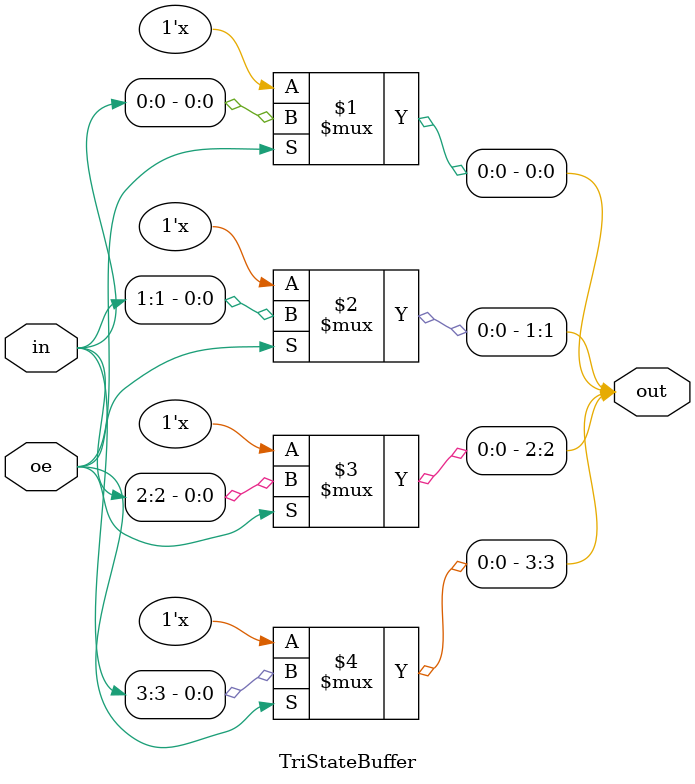
<source format=sv>
module TriStateNOT #(
    parameter WIDTH = 4  // Parameterized bit width
)(
    input wire clk,          // Clock signal (added)
    input wire rst_n,        // Reset signal (added)
    input wire oe,           // Output enable
    input wire [WIDTH-1:0] in,
    output wire [WIDTH-1:0] out
);
    // Internal pipeline signals
    reg [WIDTH-1:0] in_registered;
    wire [WIDTH-1:0] inverted_signal;
    reg [WIDTH-1:0] inverted_registered;
    reg oe_registered;
    
    // Input registration stage
    always @(posedge clk or negedge rst_n) begin
        if (!rst_n) begin
            in_registered <= {WIDTH{1'b0}};
            oe_registered <= 1'b0;
        end else begin
            in_registered <= in;
            oe_registered <= oe;
        end
    end
    
    // Instance of inverter core
    InverterCore #(
        .WIDTH(WIDTH)
    ) inverter_inst (
        .in(in_registered),
        .inverted_out(inverted_signal)
    );
    
    // Middle pipeline stage
    always @(posedge clk or negedge rst_n) begin
        if (!rst_n) begin
            inverted_registered <= {WIDTH{1'b0}};
        end else begin
            inverted_registered <= inverted_signal;
        end
    end
    
    // Instance of tri-state buffer
    TriStateBuffer #(
        .WIDTH(WIDTH)
    ) tri_state_inst (
        .oe(oe_registered),
        .in(inverted_registered),
        .out(out)
    );
    
endmodule

// Inverter logic core with optimized path
module InverterCore #(
    parameter WIDTH = 4
)(
    input wire [WIDTH-1:0] in,
    output wire [WIDTH-1:0] inverted_out
);
    // Pure inverter logic with width-based optimization
    genvar i;
    generate
        for (i = 0; i < WIDTH; i = i + 1) begin : inverter_gen
            assign inverted_out[i] = ~in[i];
        end
    endgenerate
endmodule

// Tri-state buffer module with improved structure
module TriStateBuffer #(
    parameter WIDTH = 4
)(
    input wire oe,                    // Output enable
    input wire [WIDTH-1:0] in,
    output wire [WIDTH-1:0] out
);
    // Tri-state buffer implementation with explicit bit-selection
    genvar i;
    generate
        for (i = 0; i < WIDTH; i = i + 1) begin : tri_buf_gen
            assign out[i] = oe ? in[i] : 1'bz;
        end
    endgenerate
endmodule
</source>
